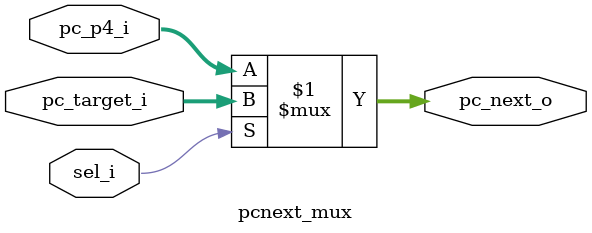
<source format=sv>
module pcnext_mux(
    input  logic [31:0] pc_target_i,
    input  logic [31:0] pc_p4_i,
    input  logic        sel_i,
    output logic [31:0] pc_next_o
    );
    
    assign pc_next_o = sel_i ? pc_target_i : pc_p4_i;
endmodule

</source>
